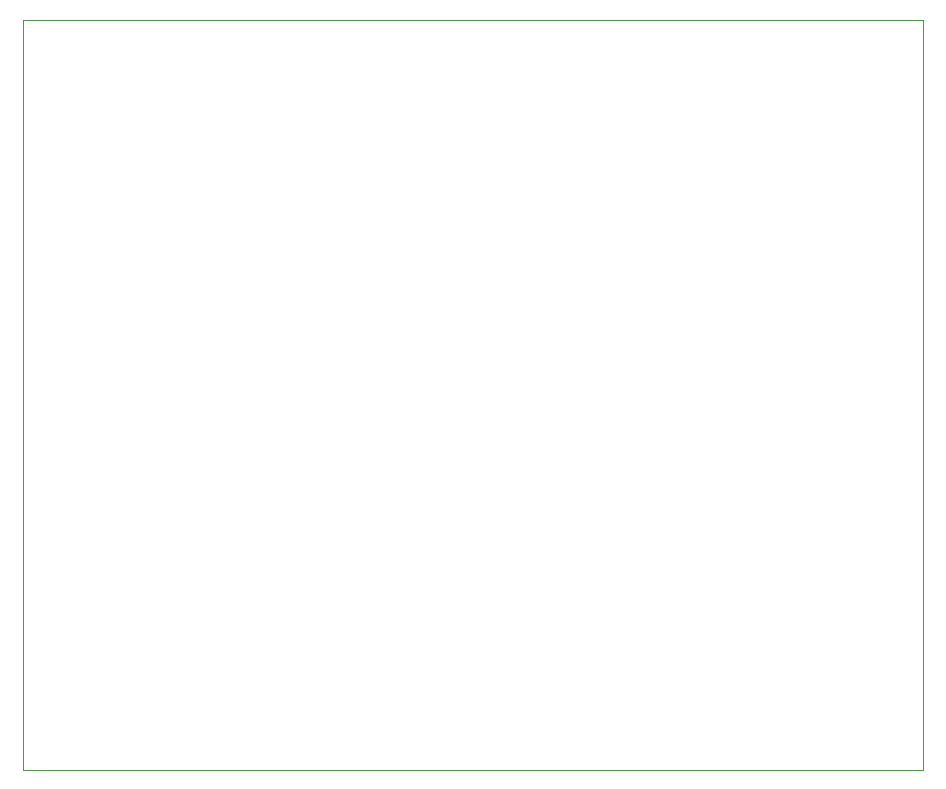
<source format=gbr>
G04 #@! TF.FileFunction,Profile,NP*
%FSLAX46Y46*%
G04 Gerber Fmt 4.6, Leading zero omitted, Abs format (unit mm)*
G04 Created by KiCad (PCBNEW 4.0.5) date 03/10/17 11:38:03*
%MOMM*%
%LPD*%
G01*
G04 APERTURE LIST*
%ADD10C,0.100000*%
G04 APERTURE END LIST*
D10*
X138430000Y-151130000D02*
X138430000Y-87630000D01*
X214630000Y-151130000D02*
X138430000Y-151130000D01*
X214630000Y-87630000D02*
X214630000Y-151130000D01*
X138430000Y-87630000D02*
X214630000Y-87630000D01*
M02*

</source>
